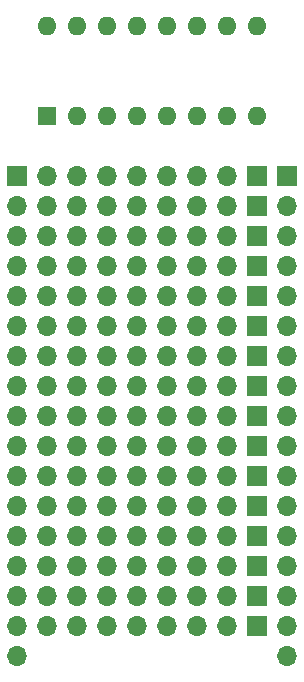
<source format=gbs>
G04 #@! TF.GenerationSoftware,KiCad,Pcbnew,8.0.8-unknown-202502120121~a17639b16e~ubuntu24.04.1*
G04 #@! TF.CreationDate,2025-02-14T12:45:32-05:00*
G04 #@! TF.ProjectId,diode-matrix-rom-dip,64696f64-652d-46d6-9174-7269782d726f,v00*
G04 #@! TF.SameCoordinates,Original*
G04 #@! TF.FileFunction,Soldermask,Bot*
G04 #@! TF.FilePolarity,Negative*
%FSLAX46Y46*%
G04 Gerber Fmt 4.6, Leading zero omitted, Abs format (unit mm)*
G04 Created by KiCad (PCBNEW 8.0.8-unknown-202502120121~a17639b16e~ubuntu24.04.1) date 2025-02-14 12:45:32*
%MOMM*%
%LPD*%
G01*
G04 APERTURE LIST*
%ADD10R,1.700000X1.700000*%
%ADD11O,1.700000X1.700000*%
%ADD12R,1.600000X1.600000*%
%ADD13O,1.600000X1.600000*%
G04 APERTURE END LIST*
D10*
X137160000Y-114300000D03*
D11*
X134620000Y-114300000D03*
X132080000Y-114300000D03*
X129540000Y-114300000D03*
X127000000Y-114300000D03*
X124460000Y-114300000D03*
X121920000Y-114300000D03*
X119380000Y-114300000D03*
D10*
X137160000Y-119380000D03*
D11*
X134620000Y-119380000D03*
X132080000Y-119380000D03*
X129540000Y-119380000D03*
X127000000Y-119380000D03*
X124460000Y-119380000D03*
X121920000Y-119380000D03*
X119380000Y-119380000D03*
D10*
X137160000Y-101600000D03*
D11*
X134620000Y-101600000D03*
X132080000Y-101600000D03*
X129540000Y-101600000D03*
X127000000Y-101600000D03*
X124460000Y-101600000D03*
X121920000Y-101600000D03*
X119380000Y-101600000D03*
D10*
X137160000Y-96520000D03*
D11*
X134620000Y-96520000D03*
X132080000Y-96520000D03*
X129540000Y-96520000D03*
X127000000Y-96520000D03*
X124460000Y-96520000D03*
X121920000Y-96520000D03*
X119380000Y-96520000D03*
D10*
X137160000Y-106680000D03*
D11*
X134620000Y-106680000D03*
X132080000Y-106680000D03*
X129540000Y-106680000D03*
X127000000Y-106680000D03*
X124460000Y-106680000D03*
X121920000Y-106680000D03*
X119380000Y-106680000D03*
D10*
X137160000Y-104140000D03*
D11*
X134620000Y-104140000D03*
X132080000Y-104140000D03*
X129540000Y-104140000D03*
X127000000Y-104140000D03*
X124460000Y-104140000D03*
X121920000Y-104140000D03*
X119380000Y-104140000D03*
D12*
X119380000Y-86360000D03*
D13*
X121920000Y-86360000D03*
X124460000Y-86360000D03*
X127000000Y-86360000D03*
X129540000Y-86360000D03*
X132080000Y-86360000D03*
X134620000Y-86360000D03*
X137160000Y-86360000D03*
X137160000Y-78740000D03*
X134620000Y-78740000D03*
X132080000Y-78740000D03*
X129540000Y-78740000D03*
X127000000Y-78740000D03*
X124460000Y-78740000D03*
X121920000Y-78740000D03*
X119380000Y-78740000D03*
D10*
X137160000Y-124460000D03*
D11*
X134620000Y-124460000D03*
X132080000Y-124460000D03*
X129540000Y-124460000D03*
X127000000Y-124460000D03*
X124460000Y-124460000D03*
X121920000Y-124460000D03*
X119380000Y-124460000D03*
D10*
X137160000Y-121920000D03*
D11*
X134620000Y-121920000D03*
X132080000Y-121920000D03*
X129540000Y-121920000D03*
X127000000Y-121920000D03*
X124460000Y-121920000D03*
X121920000Y-121920000D03*
X119380000Y-121920000D03*
D10*
X137160000Y-93980000D03*
D11*
X134620000Y-93980000D03*
X132080000Y-93980000D03*
X129540000Y-93980000D03*
X127000000Y-93980000D03*
X124460000Y-93980000D03*
X121920000Y-93980000D03*
X119380000Y-93980000D03*
D10*
X137160000Y-91440000D03*
D11*
X134620000Y-91440000D03*
X132080000Y-91440000D03*
X129540000Y-91440000D03*
X127000000Y-91440000D03*
X124460000Y-91440000D03*
X121920000Y-91440000D03*
X119380000Y-91440000D03*
D10*
X137160000Y-116840000D03*
D11*
X134620000Y-116840000D03*
X132080000Y-116840000D03*
X129540000Y-116840000D03*
X127000000Y-116840000D03*
X124460000Y-116840000D03*
X121920000Y-116840000D03*
X119380000Y-116840000D03*
D10*
X137160000Y-109220000D03*
D11*
X134620000Y-109220000D03*
X132080000Y-109220000D03*
X129540000Y-109220000D03*
X127000000Y-109220000D03*
X124460000Y-109220000D03*
X121920000Y-109220000D03*
X119380000Y-109220000D03*
D10*
X137160000Y-127000000D03*
D11*
X134620000Y-127000000D03*
X132080000Y-127000000D03*
X129540000Y-127000000D03*
X127000000Y-127000000D03*
X124460000Y-127000000D03*
X121920000Y-127000000D03*
X119380000Y-127000000D03*
D10*
X137160000Y-99060000D03*
D11*
X134620000Y-99060000D03*
X132080000Y-99060000D03*
X129540000Y-99060000D03*
X127000000Y-99060000D03*
X124460000Y-99060000D03*
X121920000Y-99060000D03*
X119380000Y-99060000D03*
D10*
X137160000Y-129540000D03*
D11*
X134620000Y-129540000D03*
X132080000Y-129540000D03*
X129540000Y-129540000D03*
X127000000Y-129540000D03*
X124460000Y-129540000D03*
X121920000Y-129540000D03*
X119380000Y-129540000D03*
D10*
X137160000Y-111760000D03*
D11*
X134620000Y-111760000D03*
X132080000Y-111760000D03*
X129540000Y-111760000D03*
X127000000Y-111760000D03*
X124460000Y-111760000D03*
X121920000Y-111760000D03*
X119380000Y-111760000D03*
D10*
X116840000Y-91440000D03*
D11*
X116840000Y-93980000D03*
X116840000Y-96520000D03*
X116840000Y-99060000D03*
X116840000Y-101600000D03*
X116840000Y-104140000D03*
X116840000Y-106680000D03*
X116840000Y-109220000D03*
X116840000Y-111760000D03*
X116840000Y-114300000D03*
X116840000Y-116840000D03*
X116840000Y-119380000D03*
X116840000Y-121920000D03*
X116840000Y-124460000D03*
X116840000Y-127000000D03*
X116840000Y-129540000D03*
X116840000Y-132080000D03*
D10*
X139700000Y-91440000D03*
D11*
X139700000Y-93980000D03*
X139700000Y-96520000D03*
X139700000Y-99060000D03*
X139700000Y-101600000D03*
X139700000Y-104140000D03*
X139700000Y-106680000D03*
X139700000Y-109220000D03*
X139700000Y-111760000D03*
X139700000Y-114300000D03*
X139700000Y-116840000D03*
X139700000Y-119380000D03*
X139700000Y-121920000D03*
X139700000Y-124460000D03*
X139700000Y-127000000D03*
X139700000Y-129540000D03*
X139700000Y-132080000D03*
M02*

</source>
